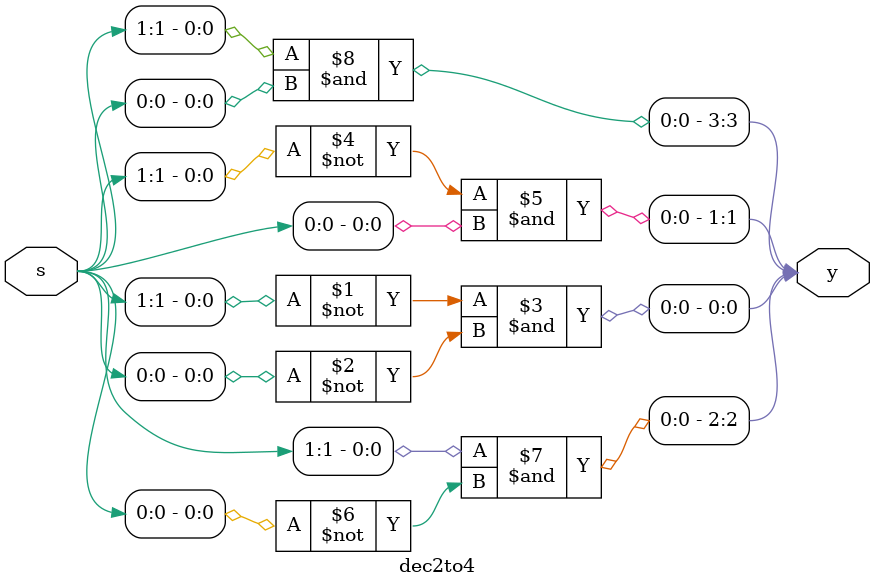
<source format=v>

module dec2to4
( input [1:0]s,
  output [3:0]y);

and g1(y[0],~s[1],~s[0]),
    g2(y[1],~s[1],s[0]), 
    g3(y[2],s[1],~s[0]), 
    g4(y[3],s[1],s[0]);
endmodule
</source>
